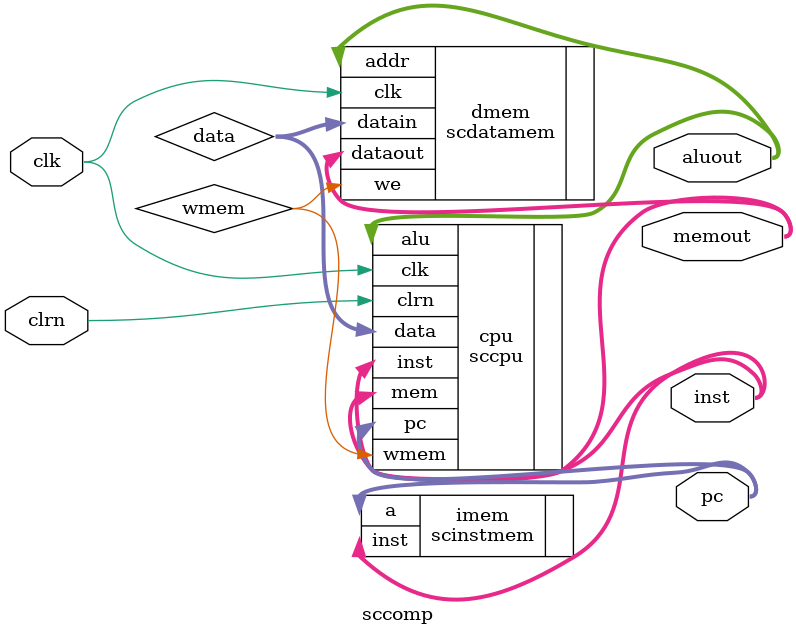
<source format=v>
module sccomp (clk, clrn, inst, pc, aluout, memout);    // single cycle computer
    input           clk, clrn;                          // clock and reset
    output  [31:0]  pc;                                 // program counter
    output  [31:0]  inst;                               // instruction
    output  [31:0]  aluout;                             // alu output
    output  [31:0]  memout;                             // data memory output
    wire    [31:0]  data;                               // data to data memory
    wire            wmem;                               // write data memory

    // cpu
    sccpu cpu (                                         
        .clk(clk),
        .clrn(clrn),
        .inst(inst),
        .mem(memout),
        .pc(pc),
        .wmem(wmem),
        .alu(aluout),
        .data(data)
    );

    // inst memory
    scinstmem imem (
        .a(pc),
        .inst(inst)
    );

    // data memory
    scdatamem dmem (
        .clk(clk),
        .dataout(memout),
        .datain(data),
        .addr(aluout),
        .we(wmem)
    );
endmodule
</source>
